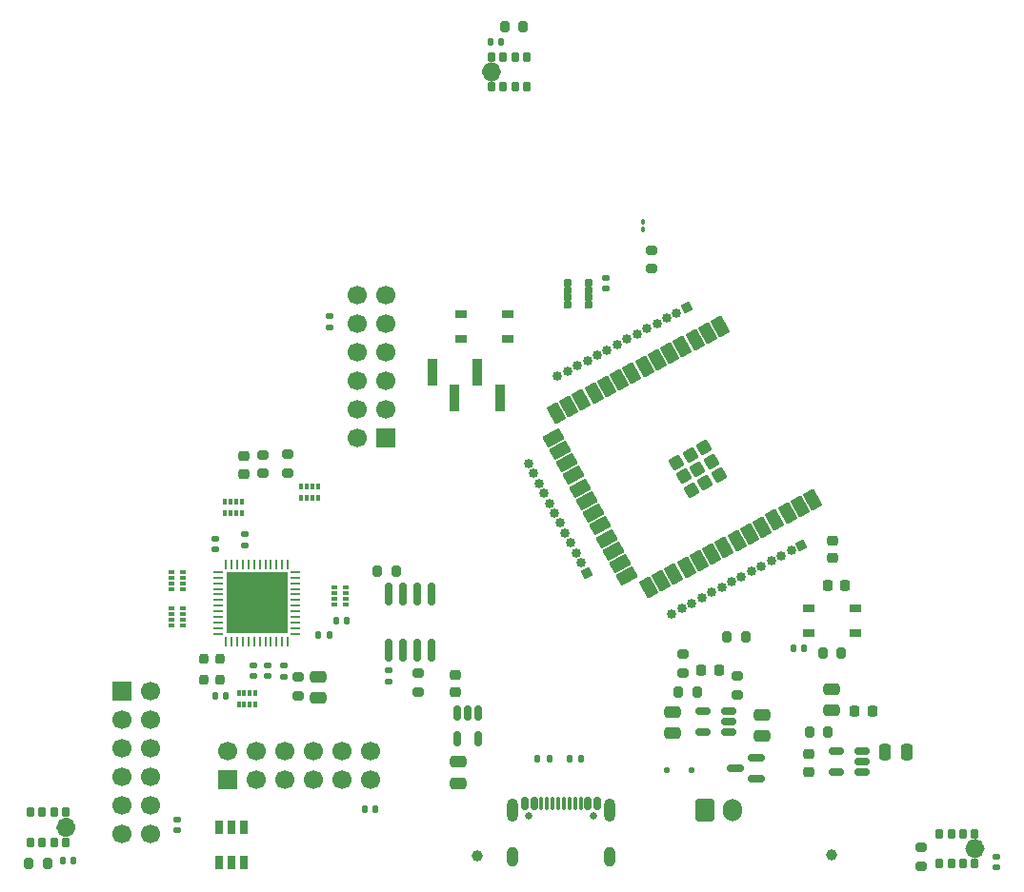
<source format=gbr>
%TF.GenerationSoftware,KiCad,Pcbnew,9.0.4*%
%TF.CreationDate,2025-10-26T17:47:32+01:00*%
%TF.ProjectId,esp32_fpga,65737033-325f-4667-9067-612e6b696361,rev?*%
%TF.SameCoordinates,Original*%
%TF.FileFunction,Soldermask,Bot*%
%TF.FilePolarity,Negative*%
%FSLAX46Y46*%
G04 Gerber Fmt 4.6, Leading zero omitted, Abs format (unit mm)*
G04 Created by KiCad (PCBNEW 9.0.4) date 2025-10-26 17:47:32*
%MOMM*%
%LPD*%
G01*
G04 APERTURE LIST*
G04 Aperture macros list*
%AMRoundRect*
0 Rectangle with rounded corners*
0 $1 Rounding radius*
0 $2 $3 $4 $5 $6 $7 $8 $9 X,Y pos of 4 corners*
0 Add a 4 corners polygon primitive as box body*
4,1,4,$2,$3,$4,$5,$6,$7,$8,$9,$2,$3,0*
0 Add four circle primitives for the rounded corners*
1,1,$1+$1,$2,$3*
1,1,$1+$1,$4,$5*
1,1,$1+$1,$6,$7*
1,1,$1+$1,$8,$9*
0 Add four rect primitives between the rounded corners*
20,1,$1+$1,$2,$3,$4,$5,0*
20,1,$1+$1,$4,$5,$6,$7,0*
20,1,$1+$1,$6,$7,$8,$9,0*
20,1,$1+$1,$8,$9,$2,$3,0*%
%AMRotRect*
0 Rectangle, with rotation*
0 The origin of the aperture is its center*
0 $1 length*
0 $2 width*
0 $3 Rotation angle, in degrees counterclockwise*
0 Add horizontal line*
21,1,$1,$2,0,0,$3*%
G04 Aperture macros list end*
%ADD10C,0.880000*%
%ADD11R,1.050000X0.650000*%
%ADD12RotRect,0.850000X0.850000X118.000000*%
%ADD13C,0.850000*%
%ADD14RoundRect,0.100000X-0.100000X0.130000X-0.100000X-0.130000X0.100000X-0.130000X0.100000X0.130000X0*%
%ADD15O,1.000000X2.100000*%
%ADD16O,1.000000X1.800000*%
%ADD17RoundRect,0.150000X0.150000X0.425000X-0.150000X0.425000X-0.150000X-0.425000X0.150000X-0.425000X0*%
%ADD18RoundRect,0.075000X0.075000X0.500000X-0.075000X0.500000X-0.075000X-0.500000X0.075000X-0.500000X0*%
%ADD19C,0.650000*%
%ADD20RoundRect,0.102000X-0.200000X-0.300000X0.200000X-0.300000X0.200000X0.300000X-0.200000X0.300000X0*%
%ADD21C,0.750000*%
%ADD22RoundRect,0.102000X0.200000X0.300000X-0.200000X0.300000X-0.200000X-0.300000X0.200000X-0.300000X0*%
%ADD23RoundRect,0.102000X0.749430X-0.450948X0.045223X0.873473X-0.749430X0.450948X-0.045223X-0.873473X0*%
%ADD24RoundRect,0.102000X0.873473X-0.045223X0.450948X0.749430X-0.873473X0.045223X-0.450948X-0.749430X0*%
%ADD25RoundRect,0.102000X0.608589X-0.186064X0.186064X0.608589X-0.608589X0.186064X-0.186064X-0.608589X0*%
%ADD26RoundRect,0.200000X-0.275000X0.200000X-0.275000X-0.200000X0.275000X-0.200000X0.275000X0.200000X0*%
%ADD27RoundRect,0.140000X0.140000X0.170000X-0.140000X0.170000X-0.140000X-0.170000X0.140000X-0.170000X0*%
%ADD28RoundRect,0.150000X0.587500X0.150000X-0.587500X0.150000X-0.587500X-0.150000X0.587500X-0.150000X0*%
%ADD29RoundRect,0.200000X-0.200000X-0.275000X0.200000X-0.275000X0.200000X0.275000X-0.200000X0.275000X0*%
%ADD30RoundRect,0.150000X0.512500X0.150000X-0.512500X0.150000X-0.512500X-0.150000X0.512500X-0.150000X0*%
%ADD31R,0.700000X1.300000*%
%ADD32RoundRect,0.218750X0.256250X-0.218750X0.256250X0.218750X-0.256250X0.218750X-0.256250X-0.218750X0*%
%ADD33RoundRect,0.200000X0.200000X0.275000X-0.200000X0.275000X-0.200000X-0.275000X0.200000X-0.275000X0*%
%ADD34RoundRect,0.250000X-0.250000X-0.475000X0.250000X-0.475000X0.250000X0.475000X-0.250000X0.475000X0*%
%ADD35RoundRect,0.140000X0.170000X-0.140000X0.170000X0.140000X-0.170000X0.140000X-0.170000X-0.140000X0*%
%ADD36C,1.000000*%
%ADD37RoundRect,0.140000X-0.140000X-0.170000X0.140000X-0.170000X0.140000X0.170000X-0.140000X0.170000X0*%
%ADD38RoundRect,0.140000X-0.170000X0.140000X-0.170000X-0.140000X0.170000X-0.140000X0.170000X0.140000X0*%
%ADD39R,1.700000X1.700000*%
%ADD40C,1.700000*%
%ADD41RoundRect,0.200000X-0.200000X-0.250000X0.200000X-0.250000X0.200000X0.250000X-0.200000X0.250000X0*%
%ADD42RoundRect,0.150000X-0.150000X0.512500X-0.150000X-0.512500X0.150000X-0.512500X0.150000X0.512500X0*%
%ADD43RoundRect,0.150000X-0.150000X0.825000X-0.150000X-0.825000X0.150000X-0.825000X0.150000X0.825000X0*%
%ADD44R,0.320000X0.500000*%
%ADD45R,0.850000X2.350000*%
%ADD46RoundRect,0.218750X0.218750X0.256250X-0.218750X0.256250X-0.218750X-0.256250X0.218750X-0.256250X0*%
%ADD47RoundRect,0.225000X-0.250000X0.225000X-0.250000X-0.225000X0.250000X-0.225000X0.250000X0.225000X0*%
%ADD48R,0.500000X0.320000*%
%ADD49R,0.250000X0.850000*%
%ADD50R,0.850000X0.250000*%
%ADD51R,5.500000X5.500000*%
%ADD52RoundRect,0.218750X-0.256250X0.218750X-0.256250X-0.218750X0.256250X-0.218750X0.256250X0.218750X0*%
%ADD53RoundRect,0.200000X0.275000X-0.200000X0.275000X0.200000X-0.275000X0.200000X-0.275000X-0.200000X0*%
%ADD54RoundRect,0.225000X-0.225000X-0.250000X0.225000X-0.250000X0.225000X0.250000X-0.225000X0.250000X0*%
%ADD55RoundRect,0.081750X0.265250X0.245250X-0.265250X0.245250X-0.265250X-0.245250X0.265250X-0.245250X0*%
%ADD56RoundRect,0.135000X0.135000X0.185000X-0.135000X0.185000X-0.135000X-0.185000X0.135000X-0.185000X0*%
%ADD57RoundRect,0.125000X0.125000X0.125000X-0.125000X0.125000X-0.125000X-0.125000X0.125000X-0.125000X0*%
%ADD58RoundRect,0.250000X0.475000X-0.250000X0.475000X0.250000X-0.475000X0.250000X-0.475000X-0.250000X0*%
%ADD59RoundRect,0.250000X-0.475000X0.250000X-0.475000X-0.250000X0.475000X-0.250000X0.475000X0.250000X0*%
%ADD60RoundRect,0.225000X0.250000X-0.225000X0.250000X0.225000X-0.250000X0.225000X-0.250000X-0.225000X0*%
%ADD61RoundRect,0.218750X-0.218750X-0.256250X0.218750X-0.256250X0.218750X0.256250X-0.218750X0.256250X0*%
%ADD62RoundRect,0.250000X-0.600000X-0.750000X0.600000X-0.750000X0.600000X0.750000X-0.600000X0.750000X0*%
%ADD63O,1.700000X2.000000*%
%ADD64RotRect,0.850000X0.850000X28.000000*%
G04 APERTURE END LIST*
D10*
%TO.C,MK1*%
X125390000Y-52020000D02*
G75*
G02*
X124510000Y-52020000I-440000J0D01*
G01*
X124510000Y-52020000D02*
G75*
G02*
X125390000Y-52020000I440000J0D01*
G01*
%TO.C,MK2*%
X168358524Y-121100000D02*
G75*
G02*
X167478524Y-121100000I-440000J0D01*
G01*
X167478524Y-121100000D02*
G75*
G02*
X168358524Y-121100000I440000J0D01*
G01*
%TO.C,MK3*%
X87570000Y-119212500D02*
G75*
G02*
X86690000Y-119212500I-440000J0D01*
G01*
X86690000Y-119212500D02*
G75*
G02*
X87570000Y-119212500I440000J0D01*
G01*
%TD*%
D11*
%TO.C,SW2*%
X126380000Y-73580000D03*
X122230000Y-73580000D03*
X126380000Y-75730000D03*
X122230000Y-75730000D03*
%TD*%
D12*
%TO.C,J2*%
X152470000Y-94100000D03*
D13*
X151587053Y-94569472D03*
X150704105Y-95038943D03*
X149821157Y-95508415D03*
X148938209Y-95977886D03*
X148055262Y-96447358D03*
X147172315Y-96916829D03*
X146289367Y-97386301D03*
X145406419Y-97855773D03*
X144523471Y-98325244D03*
X143640524Y-98794716D03*
X142757577Y-99264187D03*
X141874629Y-99733659D03*
X140991682Y-100203130D03*
%TD*%
D14*
%TO.C,D3*%
X138450000Y-66028238D03*
X138450000Y-65388238D03*
%TD*%
D15*
%TO.C,J3*%
X126808524Y-117655000D03*
D16*
X126808524Y-121835000D03*
D15*
X135448524Y-117655000D03*
D16*
X135448524Y-121835000D03*
D17*
X134328524Y-117080000D03*
X133528524Y-117080000D03*
D18*
X132878524Y-117080000D03*
X131878524Y-117080000D03*
X130378524Y-117080000D03*
X129378524Y-117080000D03*
D17*
X128728524Y-117080000D03*
X127928524Y-117080000D03*
X127928524Y-117080000D03*
X128728524Y-117080000D03*
D18*
X129878524Y-117080000D03*
X130878524Y-117080000D03*
X131378524Y-117080000D03*
X132378524Y-117080000D03*
D17*
X133528524Y-117080000D03*
X134328524Y-117080000D03*
D19*
X128238524Y-118155000D03*
X134018524Y-118155000D03*
%TD*%
D20*
%TO.C,MK1*%
X128110000Y-50690000D03*
X127060000Y-50690000D03*
X126010000Y-50690000D03*
X124960000Y-50690000D03*
X124960000Y-53350000D03*
X126010000Y-53350000D03*
X127060000Y-53350000D03*
X128110000Y-53350000D03*
D21*
X124950000Y-52020000D03*
%TD*%
D22*
%TO.C,MK2*%
X164758524Y-122430000D03*
X165808524Y-122430000D03*
X166858524Y-122430000D03*
X167908524Y-122430000D03*
X167908524Y-119770000D03*
X166858524Y-119770000D03*
X165808524Y-119770000D03*
X164758524Y-119770000D03*
D21*
X167918524Y-121100000D03*
%TD*%
%TO.C,MK3*%
X87130000Y-119212500D03*
D22*
X83970000Y-120542500D03*
X85020000Y-120542500D03*
X86070000Y-120542500D03*
X87120000Y-120542500D03*
X87120000Y-117882500D03*
X86070000Y-117882500D03*
X85020000Y-117882500D03*
X83970000Y-117882500D03*
%TD*%
D23*
%TO.C,U1*%
X153496638Y-90108183D03*
X152375294Y-90704412D03*
X151253951Y-91300641D03*
X150132607Y-91896869D03*
X149011264Y-92493098D03*
X147889920Y-93089327D03*
X146768577Y-93685556D03*
X145647234Y-94281785D03*
X144525890Y-94878014D03*
X143404546Y-95474243D03*
X142283203Y-96070472D03*
X141161860Y-96666700D03*
X140040516Y-97262929D03*
X138919173Y-97859158D03*
D24*
X136986871Y-96887595D03*
X136390642Y-95766252D03*
X135794413Y-94644909D03*
X135198184Y-93523565D03*
X134601955Y-92402221D03*
X134005726Y-91280878D03*
X133409497Y-90159535D03*
X132813268Y-89038192D03*
X132217039Y-87916847D03*
X131620811Y-86795504D03*
X131024582Y-85674161D03*
X130428353Y-84552818D03*
D23*
X130703420Y-82407576D03*
X131824763Y-81811347D03*
X132946108Y-81215118D03*
X134067451Y-80618889D03*
X135188794Y-80022660D03*
X136310138Y-79426432D03*
X137431481Y-78830203D03*
X138552824Y-78233974D03*
X139674168Y-77637745D03*
X140795512Y-77041516D03*
X141916855Y-76445287D03*
X143038198Y-75849058D03*
X144159541Y-75252829D03*
X145280886Y-74656600D03*
D25*
X143276614Y-87331133D03*
X143933874Y-88567261D03*
X142619354Y-86095007D03*
X142697747Y-89224521D03*
X142040487Y-87988394D03*
X141383226Y-86752267D03*
X145170000Y-87910000D03*
X144512740Y-86673873D03*
X143855480Y-85437747D03*
%TD*%
D13*
%TO.C,J8*%
X130820000Y-79090000D03*
X131702947Y-78620529D03*
X132585895Y-78151057D03*
X133468842Y-77681586D03*
X134351789Y-77212114D03*
X135234737Y-76742643D03*
X136117685Y-76273171D03*
X137000633Y-75803699D03*
X137883580Y-75334228D03*
X138766527Y-74864756D03*
X139649475Y-74395285D03*
X140532423Y-73925813D03*
X141415371Y-73456342D03*
D12*
X142298318Y-72986870D03*
%TD*%
D26*
%TO.C,R14*%
X139170000Y-67888238D03*
X139170000Y-69538238D03*
%TD*%
D27*
%TO.C,C4*%
X125820000Y-49340000D03*
X124860000Y-49340000D03*
%TD*%
D28*
%TO.C,Q1*%
X148476024Y-112980000D03*
X148476024Y-114880000D03*
X146601024Y-113930000D03*
%TD*%
D29*
%TO.C,R12*%
X114815000Y-96440000D03*
X116465000Y-96440000D03*
%TD*%
D30*
%TO.C,U7*%
X146036024Y-108877500D03*
X146036024Y-109827500D03*
X146036024Y-110777500D03*
X143761024Y-110777500D03*
X143761024Y-108877500D03*
%TD*%
D31*
%TO.C,D1*%
X100770000Y-119210000D03*
X101870000Y-119210000D03*
X102970000Y-119210000D03*
X102970000Y-122310000D03*
X101870000Y-122310000D03*
X100770000Y-122310000D03*
%TD*%
D32*
%TO.C,D2*%
X153188524Y-114285000D03*
X153188524Y-112710000D03*
%TD*%
D30*
%TO.C,U4*%
X157873524Y-112400000D03*
X157873524Y-113350000D03*
X157873524Y-114300000D03*
X155598524Y-114300000D03*
X155598524Y-112400000D03*
%TD*%
D33*
%TO.C,R6*%
X85485000Y-122392500D03*
X83835000Y-122392500D03*
%TD*%
D34*
%TO.C,C1*%
X159936024Y-112500000D03*
X161836024Y-112500000D03*
%TD*%
D35*
%TO.C,C18*%
X100390000Y-94500000D03*
X100390000Y-93540000D03*
%TD*%
D36*
%TO.C,TP8*%
X123660000Y-121760000D03*
%TD*%
D27*
%TO.C,C26*%
X101338524Y-107477500D03*
X100378524Y-107477500D03*
%TD*%
D26*
%TO.C,R16*%
X146828524Y-105775000D03*
X146828524Y-107425000D03*
%TD*%
D37*
%TO.C,C21*%
X109583524Y-102132500D03*
X110543524Y-102132500D03*
%TD*%
D27*
%TO.C,C31*%
X114625000Y-117590000D03*
X113665000Y-117590000D03*
%TD*%
D35*
%TO.C,C5*%
X169818524Y-122790000D03*
X169818524Y-121830000D03*
%TD*%
D38*
%TO.C,C25*%
X103818524Y-104807500D03*
X103818524Y-105767500D03*
%TD*%
D33*
%TO.C,R15*%
X143216024Y-107157500D03*
X141566024Y-107157500D03*
%TD*%
D39*
%TO.C,PMOD3*%
X101520000Y-114970000D03*
D40*
X101520000Y-112430000D03*
X104060000Y-114970000D03*
X104060000Y-112430000D03*
X106600000Y-114970000D03*
X106600000Y-112430000D03*
X109140000Y-114970000D03*
X109140000Y-112430000D03*
X111680000Y-114970000D03*
X111680000Y-112430000D03*
X114220000Y-114970000D03*
X114220000Y-112430000D03*
%TD*%
D41*
%TO.C,U5*%
X99373524Y-106085000D03*
X99373524Y-104235000D03*
X100823524Y-104235000D03*
X100823524Y-106085000D03*
%TD*%
D42*
%TO.C,U3*%
X121888524Y-109042500D03*
X122838524Y-109042500D03*
X123788524Y-109042500D03*
X123788524Y-111317500D03*
X121888524Y-111317500D03*
%TD*%
D43*
%TO.C,U6*%
X115808524Y-98475000D03*
X117078524Y-98475000D03*
X118348524Y-98475000D03*
X119618524Y-98475000D03*
X119618524Y-103425000D03*
X118348524Y-103425000D03*
X117078524Y-103425000D03*
X115808524Y-103425000D03*
%TD*%
D33*
%TO.C,R1*%
X154883524Y-110720000D03*
X153233524Y-110720000D03*
%TD*%
D26*
%TO.C,R9*%
X104638524Y-86090000D03*
X104638524Y-87740000D03*
%TD*%
D36*
%TO.C,TP7*%
X155160000Y-121630000D03*
%TD*%
D38*
%TO.C,C30*%
X110538524Y-73760000D03*
X110538524Y-74720000D03*
%TD*%
D35*
%TO.C,C8*%
X135150000Y-71320000D03*
X135150000Y-70360000D03*
%TD*%
D38*
%TO.C,C22*%
X106468524Y-104832500D03*
X106468524Y-105792500D03*
%TD*%
D44*
%TO.C,RN1*%
X101268524Y-90240000D03*
X101768524Y-90240000D03*
X102268524Y-90240000D03*
X102768524Y-90240000D03*
X102768524Y-91240000D03*
X102268524Y-91240000D03*
X101768524Y-91240000D03*
X101268524Y-91240000D03*
%TD*%
%TO.C,RN4*%
X103980000Y-108290000D03*
X103480000Y-108290000D03*
X102980000Y-108290000D03*
X102480000Y-108290000D03*
X102480000Y-107290000D03*
X102980000Y-107290000D03*
X103480000Y-107290000D03*
X103980000Y-107290000D03*
%TD*%
D45*
%TO.C,J4*%
X119680000Y-78705000D03*
X121680000Y-81055000D03*
X123680000Y-78705000D03*
X125680000Y-81055000D03*
%TD*%
D46*
%TO.C,D5*%
X145176024Y-105270000D03*
X143601024Y-105270000D03*
%TD*%
D47*
%TO.C,C13*%
X155290000Y-93695000D03*
X155290000Y-95245000D03*
%TD*%
D48*
%TO.C,RN6*%
X96533524Y-98025000D03*
X96533524Y-97525000D03*
X96533524Y-97025000D03*
X96533524Y-96525000D03*
X97533524Y-96525000D03*
X97533524Y-97025000D03*
X97533524Y-97525000D03*
X97533524Y-98025000D03*
%TD*%
D38*
%TO.C,C24*%
X105088524Y-104767500D03*
X105088524Y-105727500D03*
%TD*%
D49*
%TO.C,IC1*%
X101348524Y-95800000D03*
X101848524Y-95800000D03*
X102348524Y-95800000D03*
X102848524Y-95800000D03*
X103348524Y-95800000D03*
X103848524Y-95800000D03*
X104348524Y-95800000D03*
X104848524Y-95800000D03*
X105348524Y-95800000D03*
X105848524Y-95800000D03*
X106348524Y-95800000D03*
X106848524Y-95800000D03*
D50*
X107548524Y-96500000D03*
X107548524Y-97000000D03*
X107548524Y-97500000D03*
X107548524Y-98000000D03*
X107548524Y-98500000D03*
X107548524Y-99000000D03*
X107548524Y-99500000D03*
X107548524Y-100000000D03*
X107548524Y-100500000D03*
X107548524Y-101000000D03*
X107548524Y-101500000D03*
X107548524Y-102000000D03*
D49*
X106848524Y-102700000D03*
X106348524Y-102700000D03*
X105848524Y-102700000D03*
X105348524Y-102700000D03*
X104848524Y-102700000D03*
X104348524Y-102700000D03*
X103848524Y-102700000D03*
X103348524Y-102700000D03*
X102848524Y-102700000D03*
X102348524Y-102700000D03*
X101848524Y-102700000D03*
X101348524Y-102700000D03*
D50*
X100648524Y-102000000D03*
X100648524Y-101500000D03*
X100648524Y-101000000D03*
X100648524Y-100500000D03*
X100648524Y-100000000D03*
X100648524Y-99500000D03*
X100648524Y-99000000D03*
X100648524Y-98500000D03*
X100648524Y-98000000D03*
X100648524Y-97500000D03*
X100648524Y-97000000D03*
X100648524Y-96500000D03*
D51*
X104098524Y-99250000D03*
%TD*%
D29*
%TO.C,R4*%
X126130000Y-47980000D03*
X127780000Y-47980000D03*
%TD*%
D52*
%TO.C,D4*%
X102908524Y-86177500D03*
X102908524Y-87752500D03*
%TD*%
D48*
%TO.C,RN3*%
X111960000Y-97850000D03*
X111960000Y-98350000D03*
X111960000Y-98850000D03*
X111960000Y-99350000D03*
X110960000Y-99350000D03*
X110960000Y-98850000D03*
X110960000Y-98350000D03*
X110960000Y-97850000D03*
%TD*%
D26*
%TO.C,R17*%
X141991024Y-103822500D03*
X141991024Y-105472500D03*
%TD*%
D35*
%TO.C,C32*%
X97000000Y-119470000D03*
X97000000Y-118510000D03*
%TD*%
D37*
%TO.C,C6*%
X86840000Y-122182500D03*
X87800000Y-122182500D03*
%TD*%
D53*
%TO.C,R11*%
X118423524Y-107145000D03*
X118423524Y-105495000D03*
%TD*%
D54*
%TO.C,C9*%
X154805000Y-97710000D03*
X156355000Y-97710000D03*
%TD*%
D27*
%TO.C,C3*%
X152723524Y-103260000D03*
X151763524Y-103260000D03*
%TD*%
D55*
%TO.C,U2*%
X131690000Y-70775000D03*
X131690000Y-71425000D03*
X131690000Y-72075000D03*
X131690000Y-72725000D03*
X133630000Y-72725000D03*
X133630000Y-72075000D03*
X133630000Y-71425000D03*
X133630000Y-70775000D03*
%TD*%
D35*
%TO.C,C19*%
X102998524Y-94100000D03*
X102998524Y-93140000D03*
%TD*%
D56*
%TO.C,R2*%
X132938524Y-113085000D03*
X131918524Y-113085000D03*
%TD*%
D39*
%TO.C,PMOD2*%
X92088524Y-107099999D03*
D40*
X94628525Y-107099998D03*
X92088525Y-109640000D03*
X94628524Y-109640000D03*
X92088523Y-112179998D03*
X94628523Y-112180001D03*
X92088524Y-114719999D03*
X94628524Y-114720000D03*
X92088524Y-117259999D03*
X94628524Y-117260000D03*
X92088524Y-119799999D03*
X94628525Y-119799999D03*
%TD*%
D38*
%TO.C,C27*%
X115803524Y-105250000D03*
X115803524Y-106210000D03*
%TD*%
D57*
%TO.C,D6*%
X142708524Y-114160000D03*
X140508524Y-114160000D03*
%TD*%
D58*
%TO.C,C29*%
X149001024Y-111097500D03*
X149001024Y-109197500D03*
%TD*%
D59*
%TO.C,C23*%
X109518524Y-105802500D03*
X109518524Y-107702500D03*
%TD*%
D53*
%TO.C,R5*%
X163178524Y-122640000D03*
X163178524Y-120990000D03*
%TD*%
D44*
%TO.C,RN2*%
X108020000Y-88880000D03*
X108520000Y-88880000D03*
X109020000Y-88880000D03*
X109520000Y-88880000D03*
X109520000Y-89880000D03*
X109020000Y-89880000D03*
X108520000Y-89880000D03*
X108020000Y-89880000D03*
%TD*%
D59*
%TO.C,C10*%
X121988524Y-113387500D03*
X121988524Y-115287500D03*
%TD*%
D33*
%TO.C,R13*%
X147520000Y-102260000D03*
X145870000Y-102260000D03*
%TD*%
D60*
%TO.C,C2*%
X121768524Y-107172500D03*
X121768524Y-105622500D03*
%TD*%
D61*
%TO.C,D7*%
X157251024Y-108840000D03*
X158826024Y-108840000D03*
%TD*%
D58*
%TO.C,C28*%
X141001024Y-110857500D03*
X141001024Y-108957500D03*
%TD*%
D26*
%TO.C,R8*%
X106818524Y-86050000D03*
X106818524Y-87700000D03*
%TD*%
D37*
%TO.C,C20*%
X111160000Y-100840000D03*
X112120000Y-100840000D03*
%TD*%
D62*
%TO.C,BT1*%
X143888524Y-117667500D03*
D63*
X146388524Y-117667500D03*
%TD*%
D48*
%TO.C,RN5*%
X96503524Y-101245000D03*
X96503524Y-100745000D03*
X96503524Y-100245000D03*
X96503524Y-99745000D03*
X97503524Y-99745000D03*
X97503524Y-100245000D03*
X97503524Y-100745000D03*
X97503524Y-101245000D03*
%TD*%
D64*
%TO.C,J5*%
X133390000Y-96560000D03*
D13*
X132920528Y-95677053D03*
X132451057Y-94794105D03*
X131981585Y-93911157D03*
X131512114Y-93028209D03*
X131042642Y-92145262D03*
X130573171Y-91262315D03*
X130103699Y-90379367D03*
X129634227Y-89496419D03*
X129164756Y-88613471D03*
X128695284Y-87730524D03*
X128225813Y-86847577D03*
%TD*%
D56*
%TO.C,R7*%
X130078524Y-113085000D03*
X129058524Y-113085000D03*
%TD*%
D26*
%TO.C,R10*%
X107748524Y-105842500D03*
X107748524Y-107492500D03*
%TD*%
D11*
%TO.C,SW1*%
X153143524Y-101910000D03*
X157293524Y-101910000D03*
X153143524Y-99760000D03*
X157293524Y-99760000D03*
%TD*%
D58*
%TO.C,C7*%
X155188524Y-108830000D03*
X155188524Y-106930000D03*
%TD*%
D29*
%TO.C,R3*%
X154403524Y-103745000D03*
X156053524Y-103745000D03*
%TD*%
D39*
%TO.C,PMOD1*%
X115598524Y-84580000D03*
D40*
X113058524Y-84580000D03*
X115598524Y-82040000D03*
X113058524Y-82040000D03*
X115598524Y-79500000D03*
X113058524Y-79500000D03*
X115598524Y-76960000D03*
X113058524Y-76960000D03*
X115598524Y-74420000D03*
X113058524Y-74420000D03*
X115598524Y-71880000D03*
X113058524Y-71880000D03*
%TD*%
M02*

</source>
